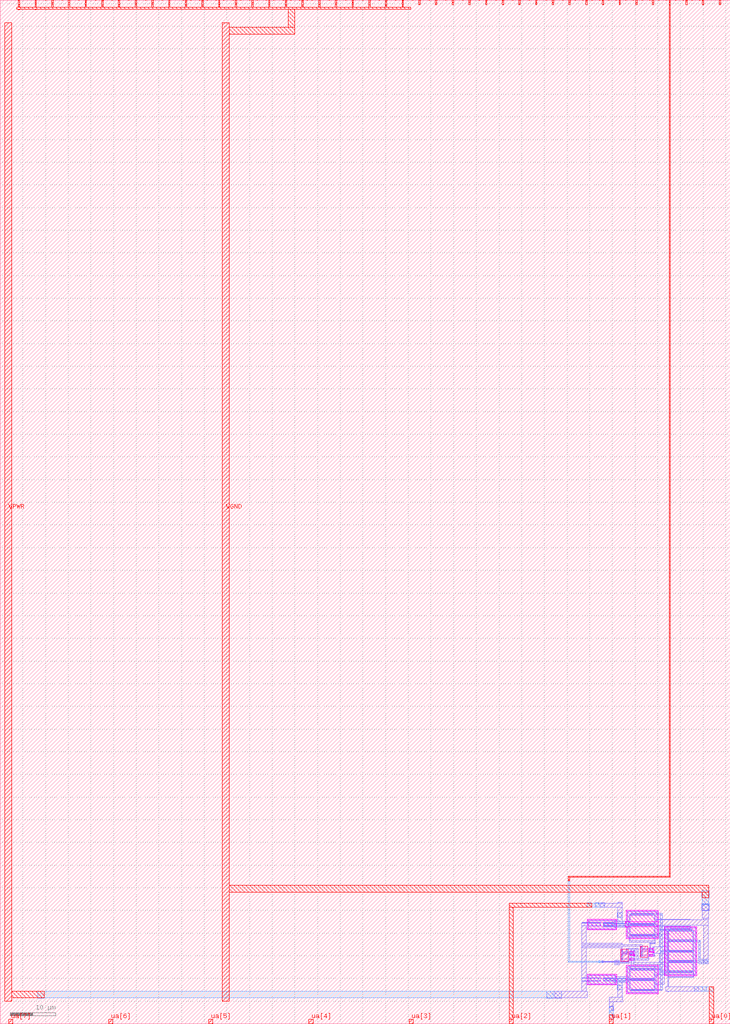
<source format=lef>
MACRO tt_um_brucemack_sb_mixer
  CLASS BLOCK ;
  FOREIGN tt_um_brucemack_sb_mixer ;
  ORIGIN 0.000 0.000 ;
  SIZE 161.000 BY 225.760 ;
  PIN clk
    DIRECTION INPUT ;
    USE SIGNAL ;
    PORT
      LAYER met4 ;
        RECT 154.870 224.760 155.170 225.760 ;
    END
  END clk
  PIN ena
    DIRECTION INPUT ;
    USE SIGNAL ;
    PORT
      LAYER met4 ;
        RECT 158.550 224.760 158.850 225.760 ;
    END
  END ena
  PIN rst_n
    DIRECTION INPUT ;
    USE SIGNAL ;
    PORT
      LAYER met4 ;
        RECT 151.190 224.760 151.490 225.760 ;
    END
  END rst_n
  PIN ua[0]
    DIRECTION INOUT ;
    USE SIGNAL ;
    ANTENNAGATEAREA 40.000000 ;
    PORT
      LAYER met4 ;
        RECT 156.410 0.000 157.310 1.000 ;
    END
  END ua[0]
  PIN ua[1]
    DIRECTION INOUT ;
    USE SIGNAL ;
    ANTENNADIFFAREA 1.450000 ;
    PORT
      LAYER met4 ;
        RECT 134.330 0.000 135.230 1.000 ;
    END
  END ua[1]
  PIN ua[2]
    DIRECTION INOUT ;
    USE SIGNAL ;
    ANTENNADIFFAREA 1.450000 ;
    PORT
      LAYER met4 ;
        RECT 112.250 0.000 113.150 1.000 ;
    END
  END ua[2]
  PIN ua[3]
    DIRECTION INOUT ;
    USE SIGNAL ;
    PORT
      LAYER met4 ;
        RECT 90.170 0.000 91.070 1.000 ;
    END
  END ua[3]
  PIN ua[4]
    DIRECTION INOUT ;
    USE SIGNAL ;
    PORT
      LAYER met4 ;
        RECT 68.090 0.000 68.990 1.000 ;
    END
  END ua[4]
  PIN ua[5]
    DIRECTION INOUT ;
    USE SIGNAL ;
    PORT
      LAYER met4 ;
        RECT 46.010 0.000 46.910 1.000 ;
    END
  END ua[5]
  PIN ua[6]
    DIRECTION INOUT ;
    USE SIGNAL ;
    PORT
      LAYER met4 ;
        RECT 23.930 0.000 24.830 1.000 ;
    END
  END ua[6]
  PIN ua[7]
    DIRECTION INOUT ;
    USE SIGNAL ;
    PORT
      LAYER met4 ;
        RECT 1.850 0.000 2.750 1.000 ;
    END
  END ua[7]
  PIN ui_in[0]
    DIRECTION INPUT ;
    USE SIGNAL ;
    ANTENNAGATEAREA 0.247500 ;
    PORT
      LAYER met4 ;
        RECT 147.510 224.760 147.810 225.760 ;
    END
  END ui_in[0]
  PIN ui_in[1]
    DIRECTION INPUT ;
    USE SIGNAL ;
    PORT
      LAYER met4 ;
        RECT 143.830 224.760 144.130 225.760 ;
    END
  END ui_in[1]
  PIN ui_in[2]
    DIRECTION INPUT ;
    USE SIGNAL ;
    PORT
      LAYER met4 ;
        RECT 140.150 224.760 140.450 225.760 ;
    END
  END ui_in[2]
  PIN ui_in[3]
    DIRECTION INPUT ;
    USE SIGNAL ;
    PORT
      LAYER met4 ;
        RECT 136.470 224.760 136.770 225.760 ;
    END
  END ui_in[3]
  PIN ui_in[4]
    DIRECTION INPUT ;
    USE SIGNAL ;
    PORT
      LAYER met4 ;
        RECT 132.790 224.760 133.090 225.760 ;
    END
  END ui_in[4]
  PIN ui_in[5]
    DIRECTION INPUT ;
    USE SIGNAL ;
    PORT
      LAYER met4 ;
        RECT 129.110 224.760 129.410 225.760 ;
    END
  END ui_in[5]
  PIN ui_in[6]
    DIRECTION INPUT ;
    USE SIGNAL ;
    PORT
      LAYER met4 ;
        RECT 125.430 224.760 125.730 225.760 ;
    END
  END ui_in[6]
  PIN ui_in[7]
    DIRECTION INPUT ;
    USE SIGNAL ;
    PORT
      LAYER met4 ;
        RECT 121.750 224.760 122.050 225.760 ;
    END
  END ui_in[7]
  PIN uio_in[0]
    DIRECTION INPUT ;
    USE SIGNAL ;
    PORT
      LAYER met4 ;
        RECT 118.070 224.760 118.370 225.760 ;
    END
  END uio_in[0]
  PIN uio_in[1]
    DIRECTION INPUT ;
    USE SIGNAL ;
    PORT
      LAYER met4 ;
        RECT 114.390 224.760 114.690 225.760 ;
    END
  END uio_in[1]
  PIN uio_in[2]
    DIRECTION INPUT ;
    USE SIGNAL ;
    PORT
      LAYER met4 ;
        RECT 110.710 224.760 111.010 225.760 ;
    END
  END uio_in[2]
  PIN uio_in[3]
    DIRECTION INPUT ;
    USE SIGNAL ;
    PORT
      LAYER met4 ;
        RECT 107.030 224.760 107.330 225.760 ;
    END
  END uio_in[3]
  PIN uio_in[4]
    DIRECTION INPUT ;
    USE SIGNAL ;
    PORT
      LAYER met4 ;
        RECT 103.350 224.760 103.650 225.760 ;
    END
  END uio_in[4]
  PIN uio_in[5]
    DIRECTION INPUT ;
    USE SIGNAL ;
    PORT
      LAYER met4 ;
        RECT 99.670 224.760 99.970 225.760 ;
    END
  END uio_in[5]
  PIN uio_in[6]
    DIRECTION INPUT ;
    USE SIGNAL ;
    PORT
      LAYER met4 ;
        RECT 95.990 224.760 96.290 225.760 ;
    END
  END uio_in[6]
  PIN uio_in[7]
    DIRECTION INPUT ;
    USE SIGNAL ;
    PORT
      LAYER met4 ;
        RECT 92.310 224.760 92.610 225.760 ;
    END
  END uio_in[7]
  PIN uio_oe[0]
    DIRECTION OUTPUT ;
    USE SIGNAL ;
    ANTENNADIFFAREA 22.813499 ;
    PORT
      LAYER met4 ;
        RECT 29.750 224.760 30.050 225.760 ;
    END
  END uio_oe[0]
  PIN uio_oe[1]
    DIRECTION OUTPUT ;
    USE SIGNAL ;
    ANTENNADIFFAREA 22.813499 ;
    PORT
      LAYER met4 ;
        RECT 26.070 224.760 26.370 225.760 ;
    END
  END uio_oe[1]
  PIN uio_oe[2]
    DIRECTION OUTPUT ;
    USE SIGNAL ;
    ANTENNADIFFAREA 22.813499 ;
    PORT
      LAYER met4 ;
        RECT 22.390 224.760 22.690 225.760 ;
    END
  END uio_oe[2]
  PIN uio_oe[3]
    DIRECTION OUTPUT ;
    USE SIGNAL ;
    ANTENNADIFFAREA 22.813499 ;
    PORT
      LAYER met4 ;
        RECT 18.710 224.760 19.010 225.760 ;
    END
  END uio_oe[3]
  PIN uio_oe[4]
    DIRECTION OUTPUT ;
    USE SIGNAL ;
    ANTENNADIFFAREA 22.813499 ;
    PORT
      LAYER met4 ;
        RECT 15.030 224.760 15.330 225.760 ;
    END
  END uio_oe[4]
  PIN uio_oe[5]
    DIRECTION OUTPUT ;
    USE SIGNAL ;
    ANTENNADIFFAREA 22.813499 ;
    PORT
      LAYER met4 ;
        RECT 11.350 224.760 11.650 225.760 ;
    END
  END uio_oe[5]
  PIN uio_oe[6]
    DIRECTION OUTPUT ;
    USE SIGNAL ;
    ANTENNADIFFAREA 22.813499 ;
    PORT
      LAYER met4 ;
        RECT 7.670 224.760 7.970 225.760 ;
    END
  END uio_oe[6]
  PIN uio_oe[7]
    DIRECTION OUTPUT ;
    USE SIGNAL ;
    ANTENNADIFFAREA 22.813499 ;
    PORT
      LAYER met4 ;
        RECT 3.990 224.760 4.290 225.760 ;
    END
  END uio_oe[7]
  PIN uio_out[0]
    DIRECTION OUTPUT ;
    USE SIGNAL ;
    ANTENNADIFFAREA 22.813499 ;
    PORT
      LAYER met4 ;
        RECT 59.190 224.760 59.490 225.760 ;
    END
  END uio_out[0]
  PIN uio_out[1]
    DIRECTION OUTPUT ;
    USE SIGNAL ;
    ANTENNADIFFAREA 22.813499 ;
    PORT
      LAYER met4 ;
        RECT 55.510 224.760 55.810 225.760 ;
    END
  END uio_out[1]
  PIN uio_out[2]
    DIRECTION OUTPUT ;
    USE SIGNAL ;
    ANTENNADIFFAREA 22.813499 ;
    PORT
      LAYER met4 ;
        RECT 51.830 224.760 52.130 225.760 ;
    END
  END uio_out[2]
  PIN uio_out[3]
    DIRECTION OUTPUT ;
    USE SIGNAL ;
    ANTENNADIFFAREA 22.813499 ;
    PORT
      LAYER met4 ;
        RECT 48.150 224.760 48.450 225.760 ;
    END
  END uio_out[3]
  PIN uio_out[4]
    DIRECTION OUTPUT ;
    USE SIGNAL ;
    ANTENNADIFFAREA 22.813499 ;
    PORT
      LAYER met4 ;
        RECT 44.470 224.760 44.770 225.760 ;
    END
  END uio_out[4]
  PIN uio_out[5]
    DIRECTION OUTPUT ;
    USE SIGNAL ;
    ANTENNADIFFAREA 22.813499 ;
    PORT
      LAYER met4 ;
        RECT 40.790 224.760 41.090 225.760 ;
    END
  END uio_out[5]
  PIN uio_out[6]
    DIRECTION OUTPUT ;
    USE SIGNAL ;
    ANTENNADIFFAREA 22.813499 ;
    PORT
      LAYER met4 ;
        RECT 37.110 224.760 37.410 225.760 ;
    END
  END uio_out[6]
  PIN uio_out[7]
    DIRECTION OUTPUT ;
    USE SIGNAL ;
    ANTENNADIFFAREA 22.813499 ;
    PORT
      LAYER met4 ;
        RECT 33.430 224.760 33.730 225.760 ;
    END
  END uio_out[7]
  PIN uo_out[0]
    DIRECTION OUTPUT ;
    USE SIGNAL ;
    ANTENNADIFFAREA 22.813499 ;
    PORT
      LAYER met4 ;
        RECT 88.630 224.760 88.930 225.760 ;
    END
  END uo_out[0]
  PIN uo_out[1]
    DIRECTION OUTPUT ;
    USE SIGNAL ;
    ANTENNADIFFAREA 22.813499 ;
    PORT
      LAYER met4 ;
        RECT 84.950 224.760 85.250 225.760 ;
    END
  END uo_out[1]
  PIN uo_out[2]
    DIRECTION OUTPUT ;
    USE SIGNAL ;
    ANTENNADIFFAREA 22.813499 ;
    PORT
      LAYER met4 ;
        RECT 81.270 224.760 81.570 225.760 ;
    END
  END uo_out[2]
  PIN uo_out[3]
    DIRECTION OUTPUT ;
    USE SIGNAL ;
    ANTENNADIFFAREA 22.813499 ;
    PORT
      LAYER met4 ;
        RECT 77.590 224.760 77.890 225.760 ;
    END
  END uo_out[3]
  PIN uo_out[4]
    DIRECTION OUTPUT ;
    USE SIGNAL ;
    ANTENNADIFFAREA 22.813499 ;
    PORT
      LAYER met4 ;
        RECT 73.910 224.760 74.210 225.760 ;
    END
  END uo_out[4]
  PIN uo_out[5]
    DIRECTION OUTPUT ;
    USE SIGNAL ;
    ANTENNADIFFAREA 22.813499 ;
    PORT
      LAYER met4 ;
        RECT 70.230 224.760 70.530 225.760 ;
    END
  END uo_out[5]
  PIN uo_out[6]
    DIRECTION OUTPUT ;
    USE SIGNAL ;
    ANTENNADIFFAREA 22.813499 ;
    PORT
      LAYER met4 ;
        RECT 66.550 224.760 66.850 225.760 ;
    END
  END uo_out[6]
  PIN uo_out[7]
    DIRECTION OUTPUT ;
    USE SIGNAL ;
    ANTENNADIFFAREA 22.813499 ;
    PORT
      LAYER met4 ;
        RECT 62.870 224.760 63.170 225.760 ;
    END
  END uo_out[7]
  PIN VPWR
    DIRECTION INOUT ;
    USE POWER ;
    PORT
      LAYER met4 ;
        RECT 1.000 5.000 2.500 220.760 ;
    END
  END VPWR
  PIN VGND
    DIRECTION INOUT ;
    USE GROUND ;
    PORT
      LAYER met4 ;
        RECT 49.000 5.000 50.500 220.760 ;
    END
  END VGND
  OBS
      LAYER pwell ;
        RECT 129.470 20.700 135.980 23.050 ;
        RECT 138.050 22.480 145.150 25.000 ;
        RECT 137.790 21.380 145.150 22.480 ;
        RECT 137.800 21.360 145.150 21.380 ;
        RECT 138.050 18.750 145.150 21.360 ;
      LAYER nwell ;
        RECT 136.890 13.830 138.495 16.430 ;
      LAYER pwell ;
        RECT 138.785 15.175 139.695 16.000 ;
        RECT 138.785 15.070 139.885 15.175 ;
        RECT 139.715 15.005 139.885 15.070 ;
      LAYER nwell ;
        RECT 141.190 14.680 142.795 17.130 ;
      LAYER pwell ;
        RECT 143.085 15.875 143.995 16.700 ;
        RECT 143.085 15.770 144.185 15.875 ;
        RECT 144.015 15.705 144.185 15.770 ;
        RECT 143.125 14.885 143.910 15.315 ;
        RECT 138.825 14.035 139.610 14.465 ;
        RECT 129.470 8.570 135.980 10.920 ;
        RECT 138.050 6.620 145.150 12.870 ;
        RECT 146.500 10.610 153.600 21.440 ;
      LAYER li1 ;
        RECT 138.230 24.650 144.970 24.820 ;
        RECT 129.650 22.700 135.800 22.870 ;
        RECT 129.650 21.050 129.820 22.700 ;
        RECT 135.630 22.310 135.800 22.700 ;
        RECT 138.230 22.590 138.400 24.650 ;
        RECT 139.080 24.080 144.120 24.250 ;
        RECT 130.300 21.530 132.460 22.220 ;
        RECT 132.990 21.530 135.150 22.220 ;
        RECT 135.530 21.400 135.880 22.310 ;
        RECT 135.630 21.050 135.800 21.400 ;
        RECT 138.200 21.380 138.470 22.590 ;
        RECT 138.740 22.020 138.910 24.020 ;
        RECT 144.290 22.020 144.460 24.020 ;
        RECT 144.800 22.950 144.970 24.650 ;
        RECT 139.080 21.790 144.120 21.960 ;
        RECT 129.650 20.880 135.800 21.050 ;
        RECT 138.230 19.100 138.400 21.380 ;
        RECT 138.740 19.730 138.910 21.730 ;
        RECT 144.290 19.730 144.460 21.730 ;
        RECT 144.730 21.600 145.060 22.950 ;
        RECT 139.080 19.500 144.120 19.670 ;
        RECT 144.800 19.100 144.970 21.600 ;
        RECT 148.210 21.260 151.970 21.350 ;
        RECT 138.230 18.930 144.970 19.100 ;
        RECT 146.680 21.090 153.420 21.260 ;
        RECT 136.995 15.410 137.165 16.240 ;
        RECT 137.335 15.680 139.545 15.910 ;
        RECT 137.335 15.580 138.315 15.680 ;
        RECT 138.915 15.580 139.545 15.680 ;
        RECT 136.995 15.200 138.305 15.410 ;
        RECT 136.995 14.860 137.165 15.200 ;
        RECT 138.485 15.180 138.725 15.510 ;
        RECT 139.715 15.410 139.885 16.240 ;
        RECT 141.295 16.110 141.465 16.940 ;
        RECT 141.635 16.380 143.845 16.610 ;
        RECT 141.635 16.280 142.615 16.380 ;
        RECT 143.215 16.280 143.845 16.380 ;
        RECT 141.295 15.900 142.605 16.110 ;
        RECT 141.295 15.560 141.465 15.900 ;
        RECT 142.785 15.880 143.025 16.210 ;
        RECT 144.015 16.110 144.185 16.940 ;
        RECT 143.195 15.880 144.185 16.110 ;
        RECT 144.015 15.560 144.185 15.880 ;
        RECT 138.895 15.180 139.885 15.410 ;
        RECT 139.715 14.860 139.885 15.180 ;
        RECT 141.295 15.245 141.465 15.330 ;
        RECT 144.015 15.245 144.185 15.330 ;
        RECT 141.295 14.955 142.630 15.245 ;
        RECT 143.290 14.955 144.185 15.245 ;
        RECT 141.295 14.870 141.465 14.955 ;
        RECT 144.015 14.870 144.185 14.955 ;
        RECT 136.995 14.395 137.165 14.480 ;
        RECT 139.715 14.395 139.885 14.480 ;
        RECT 136.995 14.105 138.330 14.395 ;
        RECT 138.990 14.105 139.885 14.395 ;
        RECT 136.995 14.020 137.165 14.105 ;
        RECT 139.715 14.020 139.885 14.105 ;
        RECT 138.230 12.520 144.970 12.690 ;
        RECT 129.650 10.570 135.800 10.740 ;
        RECT 129.650 8.920 129.820 10.570 ;
        RECT 130.300 9.400 132.460 10.090 ;
        RECT 132.990 9.400 135.150 10.090 ;
        RECT 135.630 8.920 135.800 10.570 ;
        RECT 129.650 8.750 135.800 8.920 ;
        RECT 138.230 10.260 138.400 12.520 ;
        RECT 139.080 11.950 144.120 12.120 ;
        RECT 138.230 9.230 138.410 10.260 ;
        RECT 138.740 9.890 138.910 11.890 ;
        RECT 144.290 9.890 144.460 11.890 ;
        RECT 144.800 10.640 144.970 12.520 ;
        RECT 146.680 10.960 146.850 21.090 ;
        RECT 148.210 21.010 151.970 21.090 ;
        RECT 147.530 20.520 152.570 20.690 ;
        RECT 147.190 18.460 147.360 20.460 ;
        RECT 152.740 18.460 152.910 20.460 ;
        RECT 147.530 18.230 152.570 18.400 ;
        RECT 147.190 16.170 147.360 18.170 ;
        RECT 152.740 16.170 152.910 18.170 ;
        RECT 147.530 15.940 152.570 16.110 ;
        RECT 147.190 13.880 147.360 15.880 ;
        RECT 152.740 13.880 152.910 15.880 ;
        RECT 147.530 13.650 152.570 13.820 ;
        RECT 147.190 11.590 147.360 13.590 ;
        RECT 152.740 11.590 152.910 13.590 ;
        RECT 147.530 11.360 152.570 11.530 ;
        RECT 153.250 10.960 153.420 21.090 ;
        RECT 146.680 10.790 153.420 10.960 ;
        RECT 139.080 9.660 144.120 9.830 ;
        RECT 138.230 6.970 138.400 9.230 ;
        RECT 138.740 7.600 138.910 9.600 ;
        RECT 144.290 7.600 144.460 9.600 ;
        RECT 144.700 8.910 145.120 10.640 ;
        RECT 139.080 7.370 144.120 7.540 ;
        RECT 144.800 6.970 144.970 8.910 ;
        RECT 138.230 6.800 144.970 6.970 ;
      LAYER met1 ;
        RECT 132.400 26.630 133.300 26.660 ;
        RECT 136.160 26.630 137.160 26.840 ;
        RECT 132.400 25.730 137.190 26.630 ;
        RECT 132.400 25.700 133.300 25.730 ;
        RECT 136.160 23.500 137.160 25.730 ;
        RECT 154.760 24.990 156.320 26.490 ;
        RECT 139.130 24.280 144.070 24.400 ;
        RECT 139.100 24.050 144.100 24.280 ;
        RECT 128.330 22.240 132.410 22.380 ;
        RECT 128.270 22.170 132.410 22.240 ;
        RECT 133.030 22.170 135.190 22.340 ;
        RECT 128.270 21.600 132.435 22.170 ;
        RECT 128.270 17.750 129.270 21.600 ;
        RECT 130.330 21.580 132.435 21.600 ;
        RECT 133.015 21.580 135.190 22.170 ;
        RECT 133.030 21.390 135.190 21.580 ;
        RECT 135.450 21.290 138.570 22.660 ;
        RECT 138.710 22.040 138.940 24.000 ;
        RECT 139.130 23.940 144.070 24.050 ;
        RECT 138.720 21.710 138.940 22.040 ;
        RECT 139.150 21.990 144.040 22.150 ;
        RECT 144.260 22.040 144.490 24.000 ;
        RECT 154.790 23.230 156.290 24.990 ;
        RECT 139.100 21.760 144.100 21.990 ;
        RECT 138.710 19.750 138.940 21.710 ;
        RECT 139.150 21.610 144.040 21.760 ;
        RECT 144.270 21.710 144.490 22.040 ;
        RECT 138.720 18.320 138.940 19.750 ;
        RECT 139.150 19.700 144.060 19.780 ;
        RECT 144.260 19.750 144.490 21.710 ;
        RECT 144.700 22.940 152.230 23.010 ;
        RECT 155.120 22.940 156.120 23.230 ;
        RECT 144.700 21.740 156.120 22.940 ;
        RECT 144.700 21.530 152.230 21.740 ;
        RECT 139.100 19.470 144.100 19.700 ;
        RECT 139.150 19.330 144.060 19.470 ;
        RECT 144.270 18.320 144.490 19.750 ;
        RECT 138.720 18.020 144.490 18.320 ;
        RECT 128.270 17.470 137.190 17.750 ;
        RECT 143.210 17.700 144.490 18.020 ;
        RECT 143.210 17.690 144.470 17.700 ;
        RECT 143.210 17.670 143.530 17.690 ;
        RECT 128.270 17.110 141.600 17.470 ;
        RECT 128.270 16.750 137.190 17.110 ;
        RECT 141.220 17.100 141.600 17.110 ;
        RECT 141.270 16.940 141.510 17.100 ;
        RECT 128.270 10.130 129.270 16.750 ;
        RECT 136.990 16.380 137.170 16.750 ;
        RECT 138.020 16.690 138.280 16.700 ;
        RECT 138.020 16.465 140.745 16.690 ;
        RECT 136.980 16.240 137.180 16.380 ;
        RECT 136.840 14.860 137.320 16.240 ;
        RECT 138.020 15.590 138.280 16.465 ;
        RECT 136.990 14.480 137.170 14.860 ;
        RECT 132.700 13.810 133.000 13.840 ;
        RECT 135.550 13.810 136.550 14.040 ;
        RECT 136.840 14.020 137.320 14.480 ;
        RECT 132.700 13.680 136.550 13.810 ;
        RECT 138.470 13.680 138.760 15.540 ;
        RECT 132.700 13.510 138.760 13.680 ;
        RECT 132.700 13.480 133.000 13.510 ;
        RECT 135.550 13.390 138.760 13.510 ;
        RECT 135.550 13.040 136.550 13.390 ;
        RECT 139.055 12.920 139.280 16.465 ;
        RECT 139.560 14.860 140.040 16.240 ;
        RECT 139.640 14.480 139.960 14.860 ;
        RECT 139.560 14.020 140.040 14.480 ;
        RECT 140.415 14.285 140.745 16.465 ;
        RECT 141.140 15.560 141.620 16.940 ;
        RECT 143.240 16.270 143.480 17.670 ;
        RECT 145.305 16.940 146.390 21.530 ;
        RECT 147.750 20.950 152.230 21.530 ;
        RECT 147.570 20.720 152.480 20.810 ;
        RECT 147.550 20.490 152.550 20.720 ;
        RECT 147.160 18.480 147.390 20.440 ;
        RECT 147.570 20.430 152.480 20.490 ;
        RECT 147.180 18.150 147.390 18.480 ;
        RECT 147.630 18.430 152.490 18.550 ;
        RECT 152.710 18.480 152.940 20.440 ;
        RECT 147.550 18.200 152.550 18.430 ;
        RECT 141.270 15.330 141.510 15.560 ;
        RECT 141.140 14.870 141.620 15.330 ;
        RECT 142.770 14.285 143.070 16.250 ;
        RECT 143.860 15.560 146.390 16.940 ;
        RECT 147.160 16.190 147.390 18.150 ;
        RECT 147.630 18.050 152.490 18.200 ;
        RECT 152.790 18.150 152.930 18.480 ;
        RECT 147.180 15.860 147.390 16.190 ;
        RECT 147.560 16.140 152.560 16.240 ;
        RECT 152.710 16.190 152.940 18.150 ;
        RECT 147.550 15.910 152.560 16.140 ;
        RECT 143.860 14.870 144.340 15.560 ;
        RECT 139.640 13.580 139.960 14.020 ;
        RECT 140.415 13.955 143.070 14.285 ;
        RECT 139.640 13.570 139.970 13.580 ;
        RECT 145.305 13.570 146.390 15.560 ;
        RECT 147.160 13.900 147.390 15.860 ;
        RECT 147.560 15.780 152.560 15.910 ;
        RECT 152.790 15.860 152.930 16.190 ;
        RECT 147.180 13.570 147.390 13.900 ;
        RECT 147.590 13.850 152.510 14.000 ;
        RECT 152.710 13.900 152.940 15.860 ;
        RECT 147.550 13.620 152.550 13.850 ;
        RECT 139.640 13.160 146.390 13.570 ;
        RECT 139.640 13.150 139.960 13.160 ;
        RECT 144.250 12.920 144.480 12.940 ;
        RECT 138.690 12.685 144.480 12.920 ;
        RECT 128.270 10.040 132.380 10.130 ;
        RECT 128.270 9.450 132.435 10.040 ;
        RECT 128.270 9.350 132.380 9.450 ;
        RECT 133.010 9.350 135.150 10.120 ;
        RECT 122.290 7.190 123.790 7.220 ;
        RECT 128.270 7.190 129.270 9.350 ;
        RECT 135.550 9.180 138.490 10.350 ;
        RECT 122.290 5.690 129.450 7.190 ;
        RECT 136.160 5.790 137.160 8.490 ;
        RECT 138.690 7.620 138.950 12.685 ;
        RECT 139.160 12.150 144.040 12.240 ;
        RECT 139.100 11.920 144.100 12.150 ;
        RECT 139.160 11.840 144.040 11.920 ;
        RECT 144.250 11.870 144.480 12.685 ;
        RECT 139.190 9.860 144.030 9.980 ;
        RECT 144.250 9.910 144.490 11.870 ;
        RECT 145.305 10.830 146.390 13.160 ;
        RECT 147.160 11.610 147.390 13.570 ;
        RECT 147.590 13.500 152.510 13.620 ;
        RECT 152.790 13.570 152.930 13.900 ;
        RECT 139.100 9.630 144.100 9.860 ;
        RECT 139.190 9.470 144.030 9.630 ;
        RECT 144.250 9.580 144.480 9.910 ;
        RECT 139.110 7.570 144.050 7.640 ;
        RECT 144.250 7.630 144.490 9.580 ;
        RECT 144.660 8.760 146.410 10.830 ;
        RECT 147.180 10.400 147.390 11.610 ;
        RECT 147.560 11.560 152.560 11.700 ;
        RECT 152.710 11.610 152.940 13.570 ;
        RECT 155.120 13.210 156.120 21.740 ;
        RECT 147.550 11.330 152.560 11.560 ;
        RECT 147.560 11.240 152.560 11.330 ;
        RECT 152.790 10.400 152.930 11.610 ;
        RECT 147.180 10.260 152.930 10.400 ;
        RECT 145.305 8.740 146.390 8.760 ;
        RECT 147.180 8.150 147.390 10.260 ;
        RECT 146.840 8.120 147.840 8.150 ;
        RECT 153.040 8.120 153.940 8.150 ;
        RECT 144.260 7.620 144.490 7.630 ;
        RECT 139.100 7.340 144.100 7.570 ;
        RECT 139.110 7.260 144.050 7.340 ;
        RECT 146.810 7.220 153.940 8.120 ;
        RECT 146.840 7.150 147.840 7.220 ;
        RECT 153.040 7.190 153.940 7.220 ;
        RECT 147.180 7.100 147.390 7.150 ;
        RECT 122.290 5.660 123.790 5.690 ;
        RECT 134.330 4.890 137.240 5.790 ;
        RECT 134.330 3.800 135.230 4.890 ;
        RECT 136.160 4.830 137.160 4.890 ;
        RECT 134.300 2.900 135.260 3.800 ;
      LAYER met2 ;
        RECT 154.790 27.755 156.290 27.780 ;
        RECT 131.265 26.630 132.115 26.650 ;
        RECT 131.240 25.730 133.330 26.630 ;
        RECT 154.770 26.305 156.310 27.755 ;
        RECT 131.265 25.710 132.115 25.730 ;
        RECT 154.790 24.960 156.290 26.305 ;
        RECT 136.130 23.530 137.190 24.530 ;
        RECT 144.000 24.350 145.840 24.360 ;
        RECT 139.080 24.050 146.040 24.350 ;
        RECT 139.080 23.990 144.120 24.050 ;
        RECT 132.980 22.220 135.240 22.290 ;
        RECT 136.160 22.220 137.160 23.530 ;
        RECT 132.980 22.000 137.900 22.220 ;
        RECT 139.100 22.000 144.090 22.100 ;
        RECT 132.980 21.720 144.090 22.000 ;
        RECT 132.980 21.510 137.900 21.720 ;
        RECT 139.100 21.660 144.090 21.720 ;
        RECT 132.980 21.440 135.240 21.510 ;
        RECT 145.530 20.790 146.040 24.050 ;
        RECT 145.530 20.760 147.920 20.790 ;
        RECT 145.530 20.510 152.530 20.760 ;
        RECT 139.100 19.720 144.110 19.730 ;
        RECT 145.530 19.720 146.040 20.510 ;
        RECT 147.520 20.480 152.530 20.510 ;
        RECT 139.100 19.410 146.040 19.720 ;
        RECT 139.100 19.380 144.110 19.410 ;
        RECT 145.530 16.120 146.040 19.410 ;
        RECT 147.580 18.410 152.540 18.500 ;
        RECT 147.580 18.140 154.360 18.410 ;
        RECT 147.580 18.100 152.540 18.140 ;
        RECT 147.510 16.120 152.610 16.190 ;
        RECT 145.530 15.840 152.610 16.120 ;
        RECT 131.980 13.810 132.260 13.845 ;
        RECT 131.970 13.510 133.030 13.810 ;
        RECT 131.980 13.475 132.260 13.510 ;
        RECT 139.110 12.150 144.090 12.190 ;
        RECT 145.530 12.150 146.040 15.840 ;
        RECT 147.510 15.830 152.610 15.840 ;
        RECT 154.090 14.240 154.360 18.140 ;
        RECT 147.540 13.880 152.560 13.950 ;
        RECT 154.000 13.880 156.150 14.240 ;
        RECT 147.540 13.610 156.150 13.880 ;
        RECT 147.540 13.550 152.560 13.610 ;
        RECT 154.000 13.240 156.150 13.610 ;
        RECT 139.110 11.950 146.040 12.150 ;
        RECT 139.110 11.890 144.090 11.950 ;
        RECT 145.530 11.550 146.040 11.950 ;
        RECT 147.510 11.550 152.610 11.650 ;
        RECT 145.530 11.290 152.610 11.550 ;
        RECT 145.530 11.270 147.920 11.290 ;
        RECT 135.050 10.070 137.870 10.080 ;
        RECT 132.960 9.940 137.870 10.070 ;
        RECT 132.960 9.930 139.200 9.940 ;
        RECT 132.960 9.540 144.080 9.930 ;
        RECT 132.960 9.400 137.870 9.540 ;
        RECT 139.140 9.520 144.080 9.540 ;
        RECT 136.160 8.460 137.160 9.400 ;
        RECT 136.130 7.460 137.190 8.460 ;
        RECT 139.060 7.540 144.100 7.590 ;
        RECT 145.530 7.540 146.040 11.270 ;
        RECT 154.805 8.120 155.655 8.140 ;
        RECT 139.060 7.360 146.040 7.540 ;
        RECT 139.060 7.340 145.810 7.360 ;
        RECT 139.060 7.310 144.100 7.340 ;
        RECT 153.010 7.220 155.680 8.120 ;
        RECT 120.505 7.190 121.955 7.210 ;
        RECT 154.805 7.200 155.655 7.220 ;
        RECT 120.480 5.690 123.820 7.190 ;
        RECT 120.505 5.670 121.955 5.690 ;
        RECT 134.330 2.855 135.230 3.830 ;
        RECT 134.310 2.005 135.250 2.855 ;
        RECT 134.330 1.980 135.230 2.005 ;
      LAYER met3 ;
        RECT 125.220 31.570 125.600 31.890 ;
        RECT 125.260 13.810 125.560 31.570 ;
        RECT 154.790 29.305 156.290 29.310 ;
        RECT 154.765 27.815 156.315 29.305 ;
        RECT 129.505 26.630 130.395 26.655 ;
        RECT 129.500 25.730 132.140 26.630 ;
        RECT 154.790 26.280 156.290 27.815 ;
        RECT 129.505 25.705 130.395 25.730 ;
        RECT 131.955 13.810 132.285 13.825 ;
        RECT 125.260 13.510 132.285 13.810 ;
        RECT 131.955 13.495 132.285 13.510 ;
        RECT 156.415 8.120 157.305 8.145 ;
        RECT 154.780 7.220 157.310 8.120 ;
        RECT 8.225 7.190 9.715 7.215 ;
        RECT 156.415 7.195 157.305 7.220 ;
        RECT 8.220 5.690 121.980 7.190 ;
        RECT 8.225 5.665 9.715 5.690 ;
        RECT 134.330 1.925 135.230 2.880 ;
        RECT 134.305 1.035 135.255 1.925 ;
        RECT 134.330 1.030 135.230 1.035 ;
      LAYER met4 ;
        RECT 3.990 224.150 4.290 224.760 ;
        RECT 7.670 224.150 7.970 224.760 ;
        RECT 11.350 224.150 11.650 224.760 ;
        RECT 15.030 224.150 15.330 224.760 ;
        RECT 18.710 224.150 19.010 224.760 ;
        RECT 22.390 224.150 22.690 224.760 ;
        RECT 26.070 224.150 26.370 224.760 ;
        RECT 29.750 224.150 30.050 224.760 ;
        RECT 33.430 224.150 33.730 224.760 ;
        RECT 37.110 224.150 37.410 224.760 ;
        RECT 40.790 224.150 41.090 224.760 ;
        RECT 44.470 224.150 44.770 224.760 ;
        RECT 48.150 224.150 48.450 224.760 ;
        RECT 51.830 224.150 52.130 224.760 ;
        RECT 55.510 224.150 55.810 224.760 ;
        RECT 59.190 224.150 59.490 224.760 ;
        RECT 62.870 224.150 63.170 224.760 ;
        RECT 66.550 224.150 66.850 224.760 ;
        RECT 70.230 224.150 70.530 224.760 ;
        RECT 73.910 224.150 74.210 224.760 ;
        RECT 77.590 224.150 77.890 224.760 ;
        RECT 81.270 224.150 81.570 224.760 ;
        RECT 84.950 224.150 85.250 224.760 ;
        RECT 88.630 224.150 88.930 224.760 ;
        RECT 3.585 223.700 90.530 224.150 ;
        RECT 3.990 223.680 4.290 223.700 ;
        RECT 7.670 223.670 7.970 223.700 ;
        RECT 63.500 219.770 65.000 223.700 ;
        RECT 50.500 218.270 65.000 219.770 ;
        RECT 147.510 32.570 147.810 224.760 ;
        RECT 125.250 32.270 147.810 32.570 ;
        RECT 125.260 31.895 125.560 32.270 ;
        RECT 125.245 31.565 125.575 31.895 ;
        RECT 50.500 29.030 156.290 30.530 ;
        RECT 154.790 27.810 156.290 29.030 ;
        RECT 112.250 25.730 130.400 26.630 ;
        RECT 2.500 5.690 9.720 7.190 ;
        RECT 112.250 1.000 113.150 25.730 ;
        RECT 134.330 1.000 135.230 1.930 ;
        RECT 156.410 1.000 157.310 8.120 ;
  END
END tt_um_brucemack_sb_mixer
END LIBRARY


</source>
